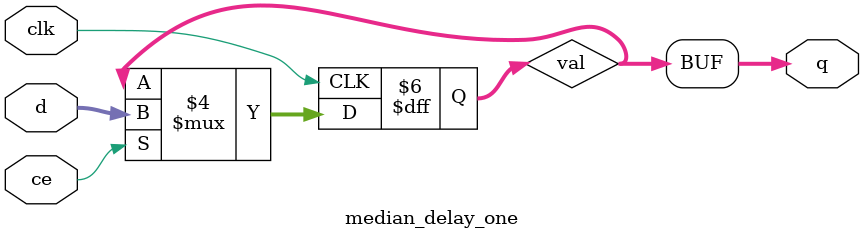
<source format=v>
`timescale 1ns / 1ps


module median_delay_one #(
    parameter N = 5
)(
    input clk,
    input ce,
    input [N-1:0] d,
    output [N-1:0] q
);
reg [N-1:0] val = 0;

always @ (posedge clk)
begin
    if(ce) 
        begin
        val = d;
        end
    else val <= val;
end

assign q = val;

endmodule

</source>
